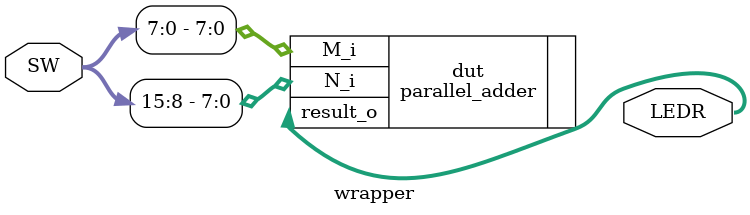
<source format=sv>
module wrapper(
    //inputs
    input logic [15:0] SW,
    //outputs
    output logic [8:0] LEDR
);
    parallel_adder dut(
        .M_i      (SW[7:0]),
        .N_i      (SW[15:8]),
        .result_o (LEDR)
    );
endmodule : wrapper

</source>
